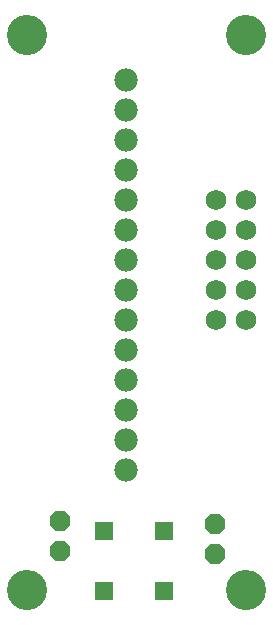
<source format=gbs>
G75*
%MOIN*%
%OFA0B0*%
%FSLAX25Y25*%
%IPPOS*%
%LPD*%
%AMOC8*
5,1,8,0,0,1.08239X$1,22.5*
%
%ADD10C,0.13398*%
%ADD11C,0.07800*%
%ADD12C,0.06800*%
%ADD13R,0.05950X0.05950*%
%ADD14OC8,0.06800*%
D10*
X0013500Y0011000D03*
X0086705Y0011000D03*
X0086705Y0196000D03*
X0013500Y0196000D03*
D11*
X0046705Y0181000D03*
X0046705Y0171000D03*
X0046705Y0161000D03*
X0046705Y0151000D03*
X0046705Y0141000D03*
X0046705Y0131000D03*
X0046705Y0121000D03*
X0046705Y0111000D03*
X0046705Y0101000D03*
X0046705Y0091000D03*
X0046705Y0081000D03*
X0046705Y0071000D03*
X0046705Y0061000D03*
X0046705Y0051000D03*
D12*
X0076705Y0101000D03*
X0076705Y0111000D03*
X0076705Y0121000D03*
X0076705Y0131000D03*
X0076705Y0141000D03*
X0086705Y0141000D03*
X0086705Y0131000D03*
X0086705Y0121000D03*
X0086705Y0111000D03*
X0086705Y0101000D03*
D13*
X0059370Y0030595D03*
X0059370Y0010595D03*
X0039370Y0010595D03*
X0039370Y0030595D03*
D14*
X0024470Y0034025D03*
X0024470Y0024025D03*
X0076265Y0022990D03*
X0076265Y0032990D03*
M02*

</source>
